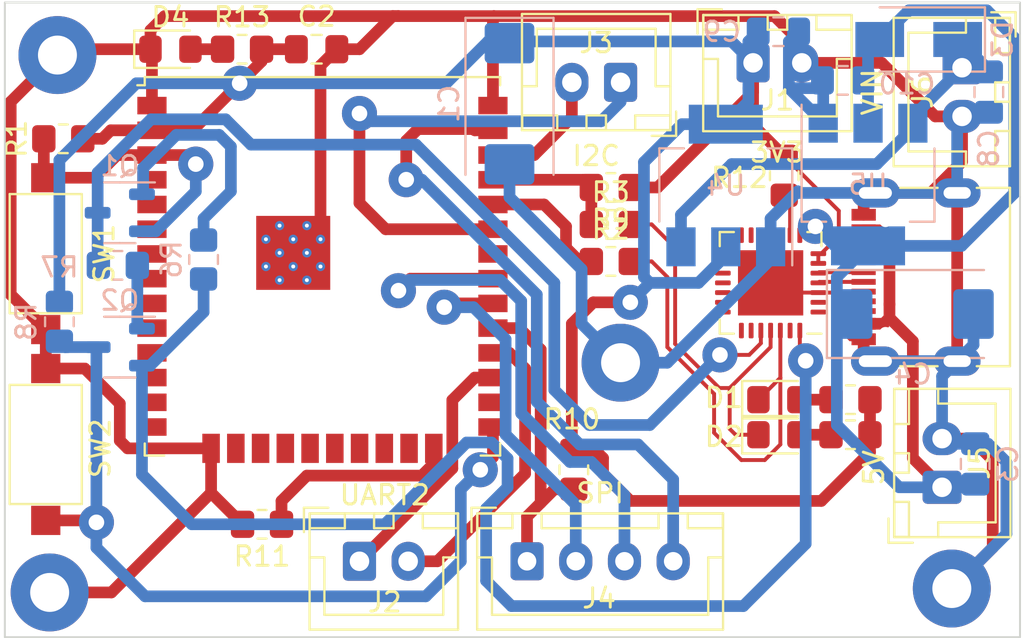
<source format=kicad_pcb>
(kicad_pcb (version 20211014) (generator pcbnew)
  (layers (0 "F.Cu" signal) (31 "B.Cu" signal) (34 "B.Paste" user) (35 "F.Paste" user) (36 "B.SilkS" user "B.Silkscreen") (37 "F.SilkS" user "F.Silkscreen") (38 "B.Mask" user) (39 "F.Mask" user) (44 "Edge.Cuts" user))
  (net 0 "")
  (net 1 "+3.3V")
  (net 2 "GND")
  (net 3 "+5V")
  (net 4 "Net-(C8-Pad1)")
  (net 5 "Net-(D1-Pad1)")
  (net 6 "Net-(D1-Pad2)")
  (net 7 "Net-(D2-Pad1)")
  (net 8 "Net-(D2-Pad2)")
  (net 9 "Net-(D4-Pad2)")
  (net 10 "Net-(J2-Pad1)")
  (net 11 "Net-(J2-Pad2)")
  (net 12 "Net-(J3-Pad1)")
  (net 13 "Net-(J3-Pad2)")
  (net 14 "Net-(J4-Pad1)")
  (net 15 "Net-(J4-Pad2)")
  (net 16 "Net-(J4-Pad3)")
  (net 17 "Net-(J4-Pad4)")
  (net 19 "Net-(P1-PadA6)")
  (net 20 "Net-(P1-PadA7)")
  (net 24 "Net-(Q1-Pad1)")
  (net 25 "Net-(Q1-Pad2)")
  (net 26 "Net-(Q1-Pad3)")
  (net 27 "Net-(Q2-Pad1)")
  (net 28 "Net-(Q2-Pad2)")
  (net 29 "GPIO_0")
  (net 30 "Net-(R2-Pad1)")
  (net 31 "Net-(R3-Pad1)")
  (net 32 "Net-(R11-Pad1)")
  (net 33 "Net-(R12-Pad1)")
  (footprint "Resistor_SMD:R_0805_2012Metric_Pad1.20x1.40mm_HandSolder" (layer "F.Cu") (at 49.83 51.68 180)
    (fp_text reference "R11")
    (fp_text value "10K" hide)
  )
  (footprint "Button_Switch_SMD:SW_SPST_CK_RS282G05A3" (layer "F.Cu") (at 38.73 37.78 90)
    (fp_text reference "SW1")
    (fp_text value "SW_MEC_5G" hide)
  )
  (footprint "Connector_JST:JST_XH_B2B-XH-A_1x02_P2.50mm_Vertical" (layer "F.Cu") (at 75.03 27.98)
    (fp_text reference "J1")
    (fp_text value "3V3")
  )
  (footprint "Connector_JST:JST_XH_B4B-XH-A_1x04_P2.50mm_Vertical" (layer "F.Cu") (at 63.43 53.58)
    (fp_text reference "J4")
    (fp_text value "SPI")
  )
  (footprint "Resistor_SMD:R_0805_2012Metric_Pad1.20x1.40mm_HandSolder" (layer "F.Cu") (at 67.73 38.18)
    (fp_text reference "R2")
    (fp_text value "300R")
  )
  (footprint "" (layer "F.Cu") (at 38.93 55.18)
    (fp_text reference "")
    (fp_text value "")
  )
  (footprint "" (layer "F.Cu") (at 85.23 54.98)
    (fp_text reference "")
    (fp_text value "")
  )
  (footprint "Connector_JST:JST_XH_B2B-XH-A_1x02_P2.50mm_Vertical" (layer "F.Cu") (at 68.23 28.98 180)
    (fp_text reference "J3")
    (fp_text value "I2C")
  )
  (footprint "Package_DFN_QFN:QFN-28-1EP_5x5mm_P0.5mm_EP3.35x3.35mm" (layer "F.Cu") (at 75.93 39.28 180)
    (fp_text reference "U3" hide)
    (fp_text value "CP2102N-Axx-xQFN28" hide)
  )
  (footprint "Connector_JST:JST_XH_B2B-XH-A_1x02_P2.50mm_Vertical" (layer "F.Cu") (at 54.83 53.58)
    (fp_text reference "J2")
    (fp_text value "UART2")
  )
  (footprint "" (layer "F.Cu") (at 39.33 27.58)
    (fp_text reference "")
    (fp_text value "")
  )
  (footprint "Resistor_SMD:R_0805_2012Metric_Pad1.20x1.40mm_HandSolder" (layer "F.Cu") (at 65.83 48.88 -90)
    (fp_text reference "R10")
    (fp_text value "10K" hide)
  )
  (footprint "RF_Module:ESP32-WROOM-32U" (layer "F.Cu") (at 52.93 38.43)
    (fp_text reference "U1" hide)
    (fp_text value "ESP32-WROOM-32U" hide)
  )
  (footprint "LED_SMD:LED_0805_2012Metric_Pad1.15x1.40mm_HandSolder" (layer "F.Cu") (at 76.33 45.28)
    (fp_text reference "D1")
    (fp_text value "LED" hide)
  )
  (footprint "Resistor_SMD:R_0805_2012Metric_Pad1.20x1.40mm_HandSolder" (layer "F.Cu") (at 67.73 34.38 180)
    (fp_text reference "R9")
    (fp_text value "10K")
  )
  (footprint "Button_Switch_SMD:SW_SPST_CK_RS282G05A3" (layer "F.Cu") (at 38.73 47.58 90)
    (fp_text reference "SW2")
    (fp_text value "SW_MEC_5G" hide)
  )
  (footprint "" (layer "F.Cu") (at 68.23 43.38)
    (fp_text reference "")
    (fp_text value "")
  )
  (footprint "Resistor_SMD:R_0805_2012Metric_Pad1.20x1.40mm_HandSolder" (layer "F.Cu") (at 39.63 31.88 180)
    (fp_text reference "R1")
    (fp_text value "10K" hide)
  )
  (footprint "LED_SMD:LED_0805_2012Metric_Pad1.15x1.40mm_HandSolder" (layer "F.Cu") (at 45.13 27.28)
    (fp_text reference "D4")
    (fp_text value "LED" hide)
  )
  (footprint "LED_SMD:LED_0805_2012Metric_Pad1.15x1.40mm_HandSolder" (layer "F.Cu") (at 76.33 47.08)
    (fp_text reference "D2")
    (fp_text value "LED" hide)
  )
  (footprint "Resistor_SMD:R_0805_2012Metric_Pad1.20x1.40mm_HandSolder" (layer "F.Cu") (at 80.03 45.28)
    (fp_text reference "R4" hide)
    (fp_text value "680R" hide)
  )
  (footprint "Connector_JST:JST_XH_B2B-XH-A_1x02_P2.50mm_Vertical" (layer "F.Cu") (at 84.73 49.78 90)
    (fp_text reference "J5")
    (fp_text value "5V")
  )
  (footprint "Resistor_SMD:R_0805_2012Metric_Pad1.20x1.40mm_HandSolder" (layer "F.Cu") (at 76.63 33.78 90)
    (fp_text reference "R12")
    (fp_text value "4.7K" hide)
  )
  (footprint "Connector_USB:USB_C_Receptacle_G-Switch_GT-USB-7010ASV" (layer "F.Cu") (at 84.43 38.98 90)
    (fp_text reference "P1" hide)
    (fp_text value "USB_C_Plug" hide)
  )
  (footprint "Connector_JST:JST_XH_B2B-XH-A_1x02_P2.50mm_Vertical" (layer "F.Cu") (at 85.755 28.23 -90)
    (fp_text reference "J6")
    (fp_text value "VIN")
  )
  (footprint "Capacitor_SMD:C_0805_2012Metric_Pad1.18x1.45mm_HandSolder" (layer "F.Cu") (at 52.63 27.28)
    (fp_text reference "C2")
    (fp_text value "0.1uF" hide)
  )
  (footprint "Resistor_SMD:R_0805_2012Metric_Pad1.20x1.40mm_HandSolder" (layer "F.Cu") (at 80.03 47.08)
    (fp_text reference "R5" hide)
    (fp_text value "680R" hide)
  )
  (footprint "Resistor_SMD:R_0805_2012Metric_Pad1.20x1.40mm_HandSolder" (layer "F.Cu") (at 48.805 27.28)
    (fp_text reference "R13")
    (fp_text value "220R" hide)
  )
  (footprint "Resistor_SMD:R_0805_2012Metric_Pad1.20x1.40mm_HandSolder" (layer "F.Cu") (at 67.73 36.28)
    (fp_text reference "R3")
    (fp_text value "300R")
  )
  (footprint "Resistor_SMD:R_0805_2012Metric_Pad1.20x1.40mm_HandSolder" (layer "B.Cu") (at 39.43 41.28 90)
    (fp_text reference "R8")
    (fp_text value "10K" hide)
  )
  (footprint "Capacitor_SMD:C_0805_2012Metric_Pad1.18x1.45mm_HandSolder" (layer "B.Cu") (at 79.63 28.88 180)
    (fp_text reference "C10")
    (fp_text value "10uF" hide)
  )
  (footprint "Package_TO_SOT_SMD:SOT-223-3_TabPin2" (layer "B.Cu") (at 80.93 34.23 -90)
    (fp_text reference "U5")
    (fp_text value "AMS1117-5.0" hide)
  )
  (footprint "Resistor_SMD:R_0805_2012Metric_Pad1.20x1.40mm_HandSolder" (layer "B.Cu") (at 46.83 38.08 -90)
    (fp_text reference "R6")
    (fp_text value "10K" hide)
  )
  (footprint "Capacitor_SMD:C_0805_2012Metric_Pad1.18x1.45mm_HandSolder" (layer "B.Cu") (at 76.33 26.38)
    (fp_text reference "C9")
    (fp_text value "1uF" hide)
  )
  (footprint "Package_TO_SOT_SMD:SOT-223-3_TabPin2" (layer "B.Cu") (at 73.63 34.28 90)
    (fp_text reference "U4")
    (fp_text value "AMS1117-3.3" hide)
  )
  (footprint "Package_TO_SOT_SMD:SOT-23-3" (layer "B.Cu") (at 42.53 35.68 180)
    (fp_text reference "Q1")
    (fp_text value "2SC1623" hide)
  )
  (footprint "Diode_SMD:D_SMA" (layer "B.Cu") (at 83.53 26.78 180)
    (fp_text reference "D3")
    (fp_text value "D_Schottky" hide)
  )
  (footprint "Capacitor_SMD:C_0805_2012Metric_Pad1.18x1.45mm_HandSolder" (layer "B.Cu") (at 87.13 29.48 -90)
    (fp_text reference "C8")
    (fp_text value "10uF" hide)
  )
  (footprint "Package_TO_SOT_SMD:SOT-23-3" (layer "B.Cu") (at 42.53 42.58 180)
    (fp_text reference "Q2")
    (fp_text value "2SC1623" hide)
  )
  (footprint "Capacitor_Tantalum_SMD:CP_EIA-7343-31_Kemet-D" (layer "B.Cu") (at 83.23 40.88)
    (fp_text reference "C4")
    (fp_text value "10uF")
  )
  (footprint "Capacitor_Tantalum_SMD:CP_EIA-7343-31_Kemet-D" (layer "B.Cu") (at 62.53 30.08 -90)
    (fp_text reference "C1")
    (fp_text value "10uF")
  )
  (footprint "Capacitor_SMD:C_0805_2012Metric_Pad1.18x1.45mm_HandSolder" (layer "B.Cu") (at 86.43 48.58 90)
    (fp_text reference "C3")
    (fp_text value "0.1uF" hide)
  )
  (footprint "Resistor_SMD:R_0805_2012Metric_Pad1.20x1.40mm_HandSolder" (layer "B.Cu") (at 42.43 38.38 180)
    (fp_text reference "R7")
    (fp_text value "10K" hide)
  )
  (gr_rect (start 36.63 24.88) (end 88.73 57.48) (layer "Edge.Cuts") (width 0.1) (fill none))
  (segment (start 48.68 29.03) (end 49.805 27.905) (width 0.6) (layer "F.Cu") (net 1))
  (segment (start 66.83 40.28) (end 65.73 41.38) (width 0.6) (layer "F.Cu") (net 1))
  (segment (start 81.03 45.28) (end 81.03 47.08) (width 0.6) (layer "F.Cu") (net 1))
  (segment (start 65.73 47.78) (end 65.83 47.88) (width 0.6) (layer "F.Cu") (net 1))
  (segment (start 75.03 29.48) (end 70.13 34.38) (width 0.6) (layer "F.Cu") (net 1))
  (segment (start 78.38 37.78) (end 78.38 38.28) (width 0.2) (layer "F.Cu") (net 1))
  (segment (start 75.03 31.18) (end 76.63 32.78) (width 0.6) (layer "F.Cu") (net 1))
  (segment (start 79.43 35.58) (end 76.63 32.78) (width 0.2) (layer "F.Cu") (net 1))
  (segment (start 46.265 31.445) (end 44.18 31.445) (width 0.6) (layer "F.Cu") (net 1))
  (segment (start 41.63 31.88) (end 42.065 31.445) (width 0.6) (layer "F.Cu") (net 1))
  (segment (start 65.73 41.38) (end 65.73 47.78) (width 0.6) (layer "F.Cu") (net 1))
  (segment (start 81.03 47.08) (end 81.03 47.98) (width 0.6) (layer "F.Cu") (net 1))
  (segment (start 75.03 27.98) (end 75.03 31.18) (width 0.6) (layer "F.Cu") (net 1))
  (segment (start 75.03 27.98) (end 75.03 29.48) (width 0.6) (layer "F.Cu") (net 1))
  (segment (start 48.68 29.03) (end 46.265 31.445) (width 0.6) (layer "F.Cu") (net 1))
  (segment (start 40.63 31.88) (end 41.63 31.88) (width 0.6) (layer "F.Cu") (net 1))
  (segment (start 70.13 34.38) (end 68.73 34.38) (width 0.6) (layer "F.Cu") (net 1))
  (segment (start 49.805 27.28) (end 51.5925 27.28) (width 0.6) (layer "F.Cu") (net 1))
  (segment (start 66.93 47.88) (end 65.83 47.88) (width 0.6) (layer "F.Cu") (net 1))
  (segment (start 79.43 36.877057) (end 79.43 35.58) (width 0.2) (layer "F.Cu") (net 1))
  (segment (start 68.73 40.28) (end 66.83 40.28) (width 0.6) (layer "F.Cu") (net 1))
  (segment (start 81.03 47.98) (end 78.53 50.48) (width 0.6) (layer "F.Cu") (net 1))
  (segment (start 78.527057 37.78) (end 79.43 36.877057) (width 0.2) (layer "F.Cu") (net 1))
  (segment (start 68.73 50.48) (end 67.33 49.08) (width 0.6) (layer "F.Cu") (net 1))
  (segment (start 42.065 31.445) (end 44.18 31.445) (width 0.6) (layer "F.Cu") (net 1))
  (segment (start 67.33 49.08) (end 67.33 48.28) (width 0.6) (layer "F.Cu") (net 1))
  (segment (start 78.38 37.78) (end 78.527057 37.78) (width 0.2) (layer "F.Cu") (net 1))
  (segment (start 78.53 50.48) (end 68.73 50.48) (width 0.6) (layer "F.Cu") (net 1))
  (segment (start 49.805 27.905) (end 49.805 27.28) (width 0.6) (layer "F.Cu") (net 1))
  (segment (start 67.33 48.28) (end 66.93 47.88) (width 0.6) (layer "F.Cu") (net 1))
  (via (at 68.73 40.28) (size 1.8) (drill 0.8) (layers "F.Cu" "B.Cu") (net 1))
  (via (at 48.68 29.03) (size 1.8) (drill 0.8) (layers "F.Cu" "B.Cu") (net 1))
  (segment (start 74.7925 26.88) (end 75.2925 26.38) (width 0.6) (layer "B.Cu") (net 1))
  (segment (start 61.43 26.88) (end 59.28 29.03) (width 0.6) (layer "B.Cu") (net 1))
  (segment (start 72.23 39.28) (end 69.73 39.28) (width 0.6) (layer "B.Cu") (net 1))
  (segment (start 71.38 31.13) (end 73.63 31.13) (width 0.6) (layer "B.Cu") (net 1))
  (segment (start 69.43 33.08) (end 71.38 31.13) (width 0.6) (layer "B.Cu") (net 1))
  (segment (start 73.63 37.43) (end 73.63 37.88) (width 0.6) (layer "B.Cu") (net 1))
  (segment (start 74.7925 29.28) (end 74.7925 26.88) (width 0.6) (layer "B.Cu") (net 1))
  (segment (start 75.03 27.98) (end 73.93 26.88) (width 0.6) (layer "B.Cu") (net 1))
  (segment (start 59.28 29.03) (end 48.68 29.03) (width 0.6) (layer "B.Cu") (net 1))
  (segment (start 43.38 29.03) (end 48.68 29.03) (width 0.6) (layer "B.Cu") (net 1))
  (segment (start 74.7925 29.28) (end 74.7925 29.9675) (width 0.6) (layer "B.Cu") (net 1))
  (segment (start 73.93 26.88) (end 61.43 26.88) (width 0.6) (layer "B.Cu") (net 1))
  (segment (start 74.7925 29.9675) (end 73.63 31.13) (width 0.6) (layer "B.Cu") (net 1))
  (segment (start 69.43 38.98) (end 69.43 33.08) (width 0.6) (layer "B.Cu") (net 1))
  (segment (start 73.63 37.88) (end 72.23 39.28) (width 0.6) (layer "B.Cu") (net 1))
  (segment (start 68.73 40.28) (end 69.73 39.28) (width 0.6) (layer "B.Cu") (net 1))
  (segment (start 39.43 32.98) (end 43.38 29.03) (width 0.6) (layer "B.Cu") (net 1))
  (segment (start 39.43 40.28) (end 39.43 32.98) (width 0.6) (layer "B.Cu") (net 1))
  (segment (start 69.73 39.28) (end 69.43 38.98) (width 0.6) (layer "B.Cu") (net 1))
  (segment (start 84.38 30.73) (end 85.755 30.73) (width 0.6) (layer "F.Cu") (net 2))
  (segment (start 56.53 25.58) (end 54.83 27.28) (width 0.6) (layer "F.Cu") (net 2))
  (segment (start 76.13 25.58) (end 61.73 25.58) (width 0.6) (layer "F.Cu") (net 2))
  (segment (start 53.6675 27.28) (end 52.83 28.1175) (width 0.6) (layer "F.Cu") (net 2))
  (segment (start 36.93 29.98) (end 36.93 39.88) (width 0.6) (layer "F.Cu") (net 2))
  (segment (start 44.18 27.355) (end 44.105 27.28) (width 0.6) (layer "F.Cu") (net 2))
  (segment (start 38.93 55.18) (end 42.1 55.18) (width 0.6) (layer "F.Cu") (net 2))
  (segment (start 61.68 25.63) (end 61.73 25.58) (width 0.6) (layer "F.Cu") (net 2))
  (segment (start 87.33 52.88) (end 85.23 54.98) (width 0.6) (layer "F.Cu") (net 2))
  (segment (start 87.33 48.38) (end 87.33 52.88) (width 0.6) (layer "F.Cu") (net 2))
  (segment (start 79.63 40.18) (end 79.63 41.78) (width 0.2) (layer "F.Cu") (net 2))
  (segment (start 79.63 41.78) (end 80.03 42.18) (width 0.2) (layer "F.Cu") (net 2))
  (segment (start 42.53 45.48) (end 42.53 47.38) (width 0.6) (layer "F.Cu") (net 2))
  (segment (start 39.63 27.28) (end 39.33 27.58) (width 0.6) (layer "F.Cu") (net 2))
  (segment (start 79.23 39.78) (end 79.63 40.18) (width 0.2) (layer "F.Cu") (net 2))
  (segment (start 36.93 39.88) (end 38.73 41.68) (width 0.6) (layer "F.Cu") (net 2))
  (segment (start 44.105 27.28) (end 39.63 27.28) (width 0.6) (layer "F.Cu") (net 2))
  (segment (start 52.83 28.1175) (end 52.83 36.34) (width 0.6) (layer "F.Cu") (net 2))
  (segment (start 39.33 27.58) (end 36.93 29.98) (width 0.6) (layer "F.Cu") (net 2))
  (segment (start 77.53 27.98) (end 81.63 27.98) (width 0.6) (layer "F.Cu") (net 2))
  (segment (start 81.305 34.66) (end 84.15 34.66) (width 0.6) (layer "F.Cu") (net 2))
  (segment (start 61.68 30.175) (end 61.68 25.63) (width 0.6) (layer "F.Cu") (net 2))
  (segment (start 54.83 27.28) (end 53.6675 27.28) (width 0.6) (layer "F.Cu") (net 2))
  (segment (start 77.03 26.48) (end 76.13 25.58) (width 0.6) (layer "F.Cu") (net 2))
  (segment (start 76.43 39.78) (end 75.93 39.28) (width 0.2) (layer "F.Cu") (net 2))
  (segment (start 85.505 34.66) (end 85.505 43.3) (width 0.6) (layer "F.Cu") (net 2))
  (segment (start 80.705 42.18) (end 80.705 42.7) (width 0.6) (layer "F.Cu") (net 2))
  (segment (start 56.83 25.58) (end 44.83 25.58) (width 0.6) (layer "F.Cu") (net 2))
  (segment (start 47.215 50.065) (end 48.83 51.68) (width 0.6) (layer "F.Cu") (net 2))
  (segment (start 38.73 41.68) (end 38.73 43.68) (width 0.6) (layer "F.Cu") (net 2))
  (segment (start 61.73 25.58) (end 56.83 25.58) (width 0.6) (layer "F.Cu") (net 2))
  (segment (start 84.15 34.66) (end 85.505 34.66) (width 0.6) (layer "F.Cu") (net 2))
  (segment (start 80.705 35.26) (end 81.305 34.66) (width 0.6) (layer "F.Cu") (net 2))
  (segment (start 80.705 35.78) (end 80.705 35.26) (width 0.6) (layer "F.Cu") (net 2))
  (segment (start 85.755 33.055) (end 84.15 34.66) (width 0.6) (layer "F.Cu") (net 2))
  (segment (start 44.18 30.175) (end 44.18 27.355) (width 0.6) (layer "F.Cu") (net 2))
  (segment (start 42.1 55.18) (end 47.215 50.065) (width 0.6) (layer "F.Cu") (net 2))
  (segment (start 77.53 27.98) (end 77.53 26.98) (width 0.6) (layer "F.Cu") (net 2))
  (segment (start 81.63 27.98) (end 84.38 30.73) (width 0.6) (layer "F.Cu") (net 2))
  (segment (start 38.73 43.68) (end 40.73 43.68) (width 0.6) (layer "F.Cu") (net 2))
  (segment (start 84.73 47.28) (end 86.23 47.28) (width 0.6) (layer "F.Cu") (net 2))
  (segment (start 56.83 25.58) (end 56.53 25.58) (width 0.6) (layer "F.Cu") (net 2))
  (segment (start 86.23 47.28) (end 87.33 48.38) (width 0.6) (layer "F.Cu") (net 2))
  (segment (start 85.755 30.73) (end 85.755 33.055) (width 0.6) (layer "F.Cu") (net 2))
  (segment (start 80.03 42.18) (end 80.705 42.18) (width 0.2) (layer "F.Cu") (net 2))
  (segment (start 47.215 47.78) (end 47.215 50.065) (width 0.6) (layer "F.Cu") (net 2))
  (segment (start 42.53 47.38) (end 42.93 47.78) (width 0.6) (layer "F.Cu") (net 2))
  (segment (start 44.105 26.305) (end 44.105 27.28) (width 0.6) (layer "F.Cu") (net 2))
  (segment (start 78.38 39.78) (end 76.43 39.78) (width 0.2) (layer "F.Cu") (net 2))
  (segment (start 44.83 25.58) (end 44.105 26.305) (width 0.6) (layer "F.Cu") (net 2))
  (segment (start 80.705 42.7) (end 81.305 43.3) (width 0.6) (layer "F.Cu") (net 2))
  (segment (start 42.93 47.78) (end 47.215 47.78) (width 0.6) (layer "F.Cu") (net 2))
  (segment (start 77.53 26.98) (end 77.03 26.48) (width 0.6) (layer "F.Cu") (net 2))
  (segment (start 78.38 39.78) (end 79.23 39.78) (width 0.2) (layer "F.Cu") (net 2))
  (segment (start 40.73 43.68) (end 42.53 45.48) (width 0.6) (layer "F.Cu") (net 2))
  (segment (start 62.53 33.1925) (end 62.53 34.88) (width 0.6) (layer "B.Cu") (net 2))
  (segment (start 86.3425 40.88) (end 86.3425 42.4625) (width 0.6) (layer "B.Cu") (net 2))
  (segment (start 62.53 34.88) (end 66.23 38.58) (width 0.6) (layer "B.Cu") (net 2))
  (segment (start 78.63 31.08) (end 78.63 28.9175) (width 0.6) (layer "B.Cu") (net 2))
  (segment (start 84.9925 47.5425) (end 84.73 47.28) (width 0.6) (layer "B.Cu") (net 2))
  (segment (start 70.63 43.38) (end 68.23 43.38) (width 0.6) (layer "B.Cu") (net 2))
  (segment (start 77.33 34.58) (end 77.41 34.66) (width 0.6) (layer "B.Cu") (net 2))
  (segment (start 87.0925 47.5425) (end 88.03 48.48) (width 0.6) (layer "B.Cu") (net 2))
  (segment (start 86.33 47.4425) (end 86.43 47.5425) (width 0.6) (layer "B.Cu") (net 2))
  (segment (start 78.63 31.0425) (end 76.8675 29.28) (width 0.6) (layer "B.Cu") (net 2))
  (segment (start 76.8675 29.28) (end 78.1925 29.28) (width 0.6) (layer "B.Cu") (net 2))
  (segment (start 88.03 48.48) (end 88.03 52.18) (width 0.6) (layer "B.Cu") (net 2))
  (segment (start 88.03 52.18) (end 85.23 54.98) (width 0.6) (layer "B.Cu") (net 2))
  (segment (start 75.93 37.43) (end 75.93 35.98) (width 0.6) (layer "B.Cu") (net 2))
  (segment (start 84.73 44.075) (end 85.505 43.3) (width 0.6) (layer "B.Cu") (net 2))
  (segment (start 87.0175 30.73) (end 87.23 30.5175) (width 0.6) (layer "B.Cu") (net 2))
  (segment (start 78.63 28.9175) (end 78.5925 28.88) (width 0.6) (layer "B.Cu") (net 2))
  (segment (start 85.755 30.73) (end 87.0175 30.73) (width 0.6) (layer "B.Cu") (net 2))
  (segment (start 76.8675 29.28) (end 76.8675 26.88) (width 0.6) (layer "B.Cu") (net 2))
  (segment (start 85.505 34.66) (end 85.505 30.98) (width 0.6) (layer "B.Cu") (net 2))
  (segment (start 81.305 43.3) (end 85.505 43.3) (width 0.6) (layer "B.Cu") (net 2))
  (segment (start 66.23 38.58) (end 66.23 41.38) (width 0.6) (layer "B.Cu") (net 2))
  (segment (start 78.63 31.08) (end 78.63 31.0425) (width 0.6) (layer "B.Cu") (net 2))
  (segment (start 78.1925 29.28) (end 78.5925 28.88) (width 0.6) (layer "B.Cu") (net 2))
  (segment (start 66.23 41.38) (end 68.23 43.38) (width 0.6) (layer "B.Cu") (net 2))
  (segment (start 86.43 47.5425) (end 87.0925 47.5425) (width 0.6) (layer "B.Cu") (net 2))
  (segment (start 77.41 34.66) (end 81.305 34.66) (width 0.6) (layer "B.Cu") (net 2))
  (segment (start 75.93 37.43) (end 75.93 38.08) (width 0.6) (layer "B.Cu") (net 2))
  (segment (start 81.305 34.66) (end 85.505 34.66) (width 0.6) (layer "B.Cu") (net 2))
  (segment (start 85.505 30.98) (end 85.755 30.73) (width 0.6) (layer "B.Cu") (net 2))
  (segment (start 86.43 47.5425) (end 84.9925 47.5425) (width 0.6) (layer "B.Cu") (net 2))
  (segment (start 86.3425 42.4625) (end 85.505 43.3) (width 0.6) (layer "B.Cu") (net 2))
  (segment (start 75.93 35.98) (end 77.33 34.58) (width 0.6) (layer "B.Cu") (net 2))
  (segment (start 76.8675 26.88) (end 77.3675 26.38) (width 0.6) (layer "B.Cu") (net 2))
  (segment (start 84.73 47.28) (end 84.73 44.075) (width 0.6) (layer "B.Cu") (net 2))
  (segment (start 75.93 38.08) (end 70.63 43.38) (width 0.6) (layer "B.Cu") (net 2))
  (segment (start 82.03 41.08) (end 83.23 42.28) (width 0.6) (layer "F.Cu") (net 3))
  (segment (start 80.705 41.38) (end 81.73 41.38) (width 0.6) (layer "F.Cu") (net 3))
  (segment (start 82.03 41.08) (end 82.03 40.38) (width 0.6) (layer "F.Cu") (net 3))
  (segment (start 83.23 42.28) (end 83.23 48.28) (width 0.6) (layer "F.Cu") (net 3))
  (segment (start 83.23 48.28) (end 84.73 49.78) (width 0.6) (layer "F.Cu") (net 3))
  (segment (start 77.88 36.38) (end 77.43 36.83) (width 0.2) (layer "F.Cu") (net 3))
  (segment (start 82.03 40.38) (end 82.03 36.88) (width 0.6) (layer "F.Cu") (net 3))
  (segment (start 81.73 41.38) (end 82.03 41.08) (width 0.6) (layer "F.Cu") (net 3))
  (segment (start 81.73 36.58) (end 80.705 36.58) (width 0.6) (layer "F.Cu") (net 3))
  (segment (start 82.03 36.88) (end 81.73 36.58) (width 0.6) (layer "F.Cu") (net 3))
  (segment (start 78.23 36.38) (end 77.88 36.38) (width 0.2) (layer "F.Cu") (net 3))
  (via (at 78.23 36.38) (size 1.8) (drill 0.8) (layers "F.Cu" "B.Cu") (net 3))
  (segment (start 79.23 37.38) (end 78.23 36.38) (width 0.6) (layer "B.Cu") (net 3))
  (segment (start 87.13 35.98) (end 85.73 37.38) (width 0.6) (layer "B.Cu") (net 3))
  (segment (start 79.33 40.78) (end 79.33 38.98) (width 0.6) (layer "B.Cu") (net 3))
  (segment (start 85.73 37.38) (end 80.93 37.38) (width 0.6) (layer "B.Cu") (net 3))
  (segment (start 81.53 26.78) (end 83.03 25.28) (width 0.6) (layer "B.Cu") (net 3))
  (segment (start 80.93 27.38) (end 81.53 26.78) (width 0.6) (layer "B.Cu") (net 3))
  (segment (start 84.73 49.78) (end 82.53 49.78) (width 0.6) (layer "B.Cu") (net 3))
  (segment (start 79.33 46.58) (end 79.33 40.78) (width 0.6) (layer "B.Cu") (net 3))
  (segment (start 88.43 26.68) (end 88.43 34.68) (width 0.6) (layer "B.Cu") (net 3))
  (segment (start 82.53 49.78) (end 79.33 46.58) (width 0.6) (layer "B.Cu") (net 3))
  (segment (start 88.43 34.68) (end 87.13 35.98) (width 0.6) (layer "B.Cu") (net 3))
  (segment (start 87.03 25.28) (end 88.43 26.68) (width 0.6) (layer "B.Cu") (net 3))
  (segment (start 83.03 25.28) (end 87.03 25.28) (width 0.6) (layer "B.Cu") (net 3))
  (segment (start 80.1175 40.88) (end 79.43 40.88) (width 0.6) (layer "B.Cu") (net 3))
  (segment (start 79.33 38.98) (end 80.93 37.38) (width 0.6) (layer "B.Cu") (net 3))
  (segment (start 80.93 37.38) (end 79.23 37.38) (width 0.6) (layer "B.Cu") (net 3))
  (segment (start 80.93 31.08) (end 80.93 27.38) (width 0.6) (layer "B.Cu") (net 3))
  (segment (start 79.43 40.88) (end 79.33 40.78) (width 0.6) (layer "B.Cu") (net 3))
  (segment (start 83.23 31.08) (end 83.23 31.33) (width 0.6) (layer "B.Cu") (net 4))
  (segment (start 83.23 31.33) (end 81.38 33.18) (width 0.6) (layer "B.Cu") (net 4))
  (segment (start 85.53 26.78) (end 85.5675 26.78) (width 0.6) (layer "B.Cu") (net 4))
  (segment (start 83.23 30.755) (end 85.755 28.23) (width 0.6) (layer "B.Cu") (net 4))
  (segment (start 83.23 31.08) (end 83.23 30.755) (width 0.6) (layer "B.Cu") (net 4))
  (segment (start 85.5675 26.78) (end 87.23 28.4425) (width 0.6) (layer "B.Cu") (net 4))
  (segment (start 71.33 35.78) (end 71.33 37.43) (width 0.6) (layer "B.Cu") (net 4))
  (segment (start 73.93 33.18) (end 71.33 35.78) (width 0.6) (layer "B.Cu") (net 4))
  (segment (start 81.38 33.18) (end 73.93 33.18) (width 0.6) (layer "B.Cu") (net 4))
  (segment (start 70.63 42.58) (end 70.63 38.98) (width 0.2) (layer "F.Cu") (net 5))
  (segment (start 73.03 44.98) (end 70.63 42.58) (width 0.2) (layer "F.Cu") (net 5))
  (segment (start 76.43 47.58) (end 75.63 48.38) (width 0.2) (layer "F.Cu") (net 5))
  (segment (start 76.43 44.155) (end 76.43 41.73) (width 0.2) (layer "F.Cu") (net 5))
  (segment (start 73.03 46.98) (end 73.03 44.98) (width 0.2) (layer "F.Cu") (net 5))
  (segment (start 70.63 38.98) (end 69.83 38.18) (width 0.2) (layer "F.Cu") (net 5))
  (segment (start 69.83 38.18) (end 68.73 38.18) (width 0.2) (layer "F.Cu") (net 5))
  (segment (start 76.43 44.155) (end 76.43 47.58) (width 0.2) (layer "F.Cu") (net 5))
  (segment (start 75.63 48.38) (end 74.43 48.38) (width 0.2) (layer "F.Cu") (net 5))
  (segment (start 74.43 48.38) (end 73.03 46.98) (width 0.2) (layer "F.Cu") (net 5))
  (segment (start 75.305 45.28) (end 76.43 44.155) (width 0.2) (layer "F.Cu") (net 5))
  (segment (start 79.03 45.28) (end 77.355 45.28) (width 0.6) (layer "F.Cu") (net 6))
  (segment (start 71.03 37.48) (end 71.03 42.414314) (width 0.2) (layer "F.Cu") (net 7))
  (segment (start 68.73 36.28) (end 69.83 36.28) (width 0.2) (layer "F.Cu") (net 7))
  (segment (start 73.83 46.78) (end 73.83 44.68) (width 0.2) (layer "F.Cu") (net 7))
  (segment (start 73.83 44.68) (end 75.93 42.58) (width 0.2) (layer "F.Cu") (net 7))
  (segment (start 75.305 47.08) (end 74.13 47.08) (width 0.2) (layer "F.Cu") (net 7))
  (segment (start 69.83 36.28) (end 71.03 37.48) (width 0.2) (layer "F.Cu") (net 7))
  (segment (start 73.295686 44.68) (end 73.83 44.68) (width 0.2) (layer "F.Cu") (net 7))
  (segment (start 71.03 42.414314) (end 73.295686 44.68) (width 0.2) (layer "F.Cu") (net 7))
  (segment (start 75.93 42.58) (end 75.93 41.73) (width 0.2) (layer "F.Cu") (net 7))
  (segment (start 74.13 47.08) (end 73.83 46.78) (width 0.2) (layer "F.Cu") (net 7))
  (segment (start 79.03 47.08) (end 77.355 47.08) (width 0.6) (layer "F.Cu") (net 8))
  (segment (start 46.155 27.28) (end 47.805 27.28) (width 0.6) (layer "F.Cu") (net 9))
  (segment (start 60.75 44.145) (end 61.68 44.145) (width 0.6) (layer "F.Cu") (net 10))
  (segment (start 59.595 48.815) (end 59.595 45.3) (width 0.6) (layer "F.Cu") (net 10))
  (segment (start 59.595 45.3) (end 60.75 44.145) (width 0.6) (layer "F.Cu") (net 10))
  (segment (start 54.83 53.58) (end 59.595 48.815) (width 0.6) (layer "F.Cu") (net 10))
  (segment (start 63.33 49.08) (end 63.33 43.68) (width 0.6) (layer "F.Cu") (net 11))
  (segment (start 58.83 53.58) (end 63.33 49.08) (width 0.6) (layer "F.Cu") (net 11))
  (segment (start 63.33 43.68) (end 62.525 42.875) (width 0.6) (layer "F.Cu") (net 11))
  (segment (start 57.33 53.58) (end 58.83 53.58) (width 0.6) (layer "F.Cu") (net 11))
  (segment (start 62.525 42.875) (end 61.68 42.875) (width 0.6) (layer "F.Cu") (net 11))
  (segment (start 54.83 30.58) (end 54.83 35.18) (width 0.6) (layer "F.Cu") (net 12))
  (segment (start 54.83 35.18) (end 56.175 36.525) (width 0.6) (layer "F.Cu") (net 12))
  (segment (start 56.175 36.525) (end 61.68 36.525) (width 0.6) (layer "F.Cu") (net 12))
  (via (at 54.83 30.58) (size 1.8) (drill 0.8) (layers "F.Cu" "B.Cu") (net 12))
  (segment (start 68.23 29.98) (end 68.23 28.98) (width 0.6) (layer "B.Cu") (net 12))
  (segment (start 54.83 30.58) (end 55.23 30.98) (width 0.6) (layer "B.Cu") (net 12))
  (segment (start 55.23 30.98) (end 67.23 30.98) (width 0.6) (layer "B.Cu") (net 12))
  (segment (start 67.23 30.98) (end 68.23 29.98) (width 0.6) (layer "B.Cu") (net 12))
  (segment (start 61.68 32.715) (end 63.795 32.715) (width 0.6) (layer "F.Cu") (net 13))
  (segment (start 65.73 30.78) (end 65.73 28.98) (width 0.6) (layer "F.Cu") (net 13))
  (segment (start 63.795 32.715) (end 65.73 30.78) (width 0.6) (layer "F.Cu") (net 13))
  (segment (start 64.13 50.58) (end 64.83 49.88) (width 0.6) (layer "F.Cu") (net 14))
  (segment (start 64.83 49.88) (end 65.83 49.88) (width 0.6) (layer "F.Cu") (net 14))
  (segment (start 63.43 51.28) (end 64.13 50.58) (width 0.6) (layer "F.Cu") (net 14))
  (segment (start 63.43 53.58) (end 63.43 51.28) (width 0.6) (layer "F.Cu") (net 14))
  (segment (start 63.03 41.605) (end 64.13 42.705) (width 0.6) (layer "F.Cu") (net 14))
  (segment (start 64.13 42.705) (end 64.13 50.58) (width 0.6) (layer "F.Cu") (net 14))
  (segment (start 63.33 53.48) (end 63.43 53.58) (width 0.6) (layer "F.Cu") (net 14))
  (segment (start 61.68 41.605) (end 63.03 41.605) (width 0.6) (layer "F.Cu") (net 14))
  (segment (start 59.375 40.335) (end 59.18 40.53) (width 0.6) (layer "F.Cu") (net 15))
  (segment (start 61.68 40.335) (end 59.375 40.335) (width 0.6) (layer "F.Cu") (net 15))
  (via (at 59.18 40.53) (size 1.8) (drill 0.8) (layers "F.Cu" "B.Cu") (net 15))
  (segment (start 62.33 42.18) (end 60.68 40.53) (width 0.6) (layer "B.Cu") (net 15))
  (segment (start 65.93 53.58) (end 65.93 50.668731) (width 0.6) (layer "B.Cu") (net 15))
  (segment (start 65.93 50.668731) (end 62.33 47.068731) (width 0.6) (layer "B.Cu") (net 15))
  (segment (start 62.33 47.068731) (end 62.33 42.18) (width 0.6) (layer "B.Cu") (net 15))
  (segment (start 60.68 40.53) (end 59.18 40.53) (width 0.6) (layer "B.Cu") (net 15))
  (segment (start 57.445 39.065) (end 56.83 39.68) (width 0.6) (layer "F.Cu") (net 16))
  (segment (start 61.68 39.065) (end 57.445 39.065) (width 0.6) (layer "F.Cu") (net 16))
  (via (at 56.83 39.68) (size 1.8) (drill 0.8) (layers "F.Cu" "B.Cu") (net 16))
  (segment (start 66.73 48.48) (end 68.43 50.18) (width 0.6) (layer "B.Cu") (net 16))
  (segment (start 56.83 39.68) (end 57.38 39.13) (width 0.6) (layer "B.Cu") (net 16))
  (segment (start 63.13 40.21137) (end 63.13 45.98) (width 0.6) (layer "B.Cu") (net 16))
  (segment (start 57.38 39.13) (end 62.04863 39.13) (width 0.6) (layer "B.Cu") (net 16))
  (segment (start 68.43 50.18) (end 68.43 53.58) (width 0.6) (layer "B.Cu") (net 16))
  (segment (start 63.13 45.98) (end 65.63 48.48) (width 0.6) (layer "B.Cu") (net 16))
  (segment (start 65.63 48.48) (end 66.73 48.48) (width 0.6) (layer "B.Cu") (net 16))
  (segment (start 62.04863 39.13) (end 63.13 40.21137) (width 0.6) (layer "B.Cu") (net 16))
  (segment (start 61.68 31.445) (end 60.75 31.445) (width 0.6) (layer "F.Cu") (net 17))
  (segment (start 60.75 31.445) (end 60.685 31.38) (width 0.6) (layer "F.Cu") (net 17))
  (segment (start 60.685 31.38) (end 57.83 31.38) (width 0.6) (layer "F.Cu") (net 17))
  (segment (start 57.23 31.98) (end 57.23 33.98) (width 0.6) (layer "F.Cu") (net 17))
  (segment (start 57.83 31.38) (end 57.23 31.98) (width 0.6) (layer "F.Cu") (net 17))
  (via (at 57.23 33.98) (size 1.8) (drill 0.8) (layers "F.Cu" "B.Cu") (net 17))
  (segment (start 57.23 33.98) (end 58.03 33.98) (width 0.6) (layer "B.Cu") (net 17))
  (segment (start 63.93 45.38) (end 66.13 47.58) (width 0.6) (layer "B.Cu") (net 17))
  (segment (start 58.03 33.98) (end 63.93 39.88) (width 0.6) (layer "B.Cu") (net 17))
  (segment (start 63.93 39.88) (end 63.93 45.38) (width 0.6) (layer "B.Cu") (net 17))
  (segment (start 66.13 47.58) (end 69.13 47.58) (width 0.6) (layer "B.Cu") (net 17))
  (segment (start 69.13 47.58) (end 70.93 49.38) (width 0.6) (layer "B.Cu") (net 17))
  (segment (start 70.93 49.38) (end 70.93 53.58) (width 0.6) (layer "B.Cu") (net 17))
  (segment (start 78.38 39.28) (end 78.43 39.23) (width 0.2) (layer "F.Cu") (net 19))
  (segment (start 78.43 39.23) (end 80.705 39.23) (width 0.2) (layer "F.Cu") (net 19))
  (segment (start 78.38 38.78) (end 78.43 38.73) (width 0.2) (layer "F.Cu") (net 20))
  (segment (start 78.43 38.73) (end 80.705 38.73) (width 0.2) (layer "F.Cu") (net 20))
  (segment (start 43.73 33.38) (end 43.73 34.6675) (width 0.6) (layer "B.Cu") (net 24))
  (segment (start 43.73 34.6675) (end 43.6675 34.73) (width 0.6) (layer "B.Cu") (net 24))
  (segment (start 48.23 32.28) (end 47.63 31.68) (width 0.6) (layer "B.Cu") (net 24))
  (segment (start 45.43 31.68) (end 43.73 33.38) (width 0.6) (layer "B.Cu") (net 24))
  (segment (start 48.23 34.58) (end 48.23 32.28) (width 0.6) (layer "B.Cu") (net 24))
  (segment (start 46.83 37.08) (end 46.83 35.98) (width 0.6) (layer "B.Cu") (net 24))
  (segment (start 47.63 31.68) (end 45.43 31.68) (width 0.6) (layer "B.Cu") (net 24))
  (segment (start 46.83 35.98) (end 48.23 34.58) (width 0.6) (layer "B.Cu") (net 24))
  (segment (start 44.18 32.715) (end 45.965 32.715) (width 0.6) (layer "F.Cu") (net 25))
  (segment (start 44.18 32.715) (end 42.395 32.715) (width 0.6) (layer "F.Cu") (net 25))
  (segment (start 38.63 33.78) (end 38.73 33.88) (width 0.6) (layer "F.Cu") (net 25))
  (segment (start 41.23 33.88) (end 38.73 33.88) (width 0.6) (layer "F.Cu") (net 25))
  (segment (start 45.965 32.715) (end 46.43 33.18) (width 0.6) (layer "F.Cu") (net 25))
  (segment (start 38.63 31.88) (end 38.63 33.78) (width 0.6) (layer "F.Cu") (net 25))
  (segment (start 42.395 32.715) (end 41.23 33.88) (width 0.6) (layer "F.Cu") (net 25))
  (via (at 46.43 33.18) (size 1.8) (drill 0.8) (layers "F.Cu" "B.Cu") (net 25))
  (segment (start 46.43 34.58) (end 44.38 36.63) (width 0.6) (layer "B.Cu") (net 25))
  (segment (start 44.38 36.63) (end 43.6675 36.63) (width 0.6) (layer "B.Cu") (net 25))
  (segment (start 46.43 33.18) (end 46.43 34.58) (width 0.6) (layer "B.Cu") (net 25))
  (segment (start 75.43 42.38) (end 74.83 42.98) (width 0.2) (layer "F.Cu") (net 26))
  (segment (start 75.43 41.73) (end 75.43 42.38) (width 0.2) (layer "F.Cu") (net 26))
  (segment (start 74.83 42.98) (end 73.33 42.98) (width 0.2) (layer "F.Cu") (net 26))
  (via (at 73.33 42.98) (size 1.8) (drill 0.8) (layers "F.Cu" "B.Cu") (net 26))
  (segment (start 47.96137 30.88) (end 49.26137 32.18) (width 0.6) (layer "B.Cu") (net 26))
  (segment (start 49.26137 32.18) (end 57.73 32.18) (width 0.6) (layer "B.Cu") (net 26))
  (segment (start 41.3925 33.6175) (end 44.13 30.88) (width 0.6) (layer "B.Cu") (net 26))
  (segment (start 64.83 39.28) (end 64.83 44.78) (width 0.6) (layer "B.Cu") (net 26))
  (segment (start 57.73 32.18) (end 64.83 39.28) (width 0.6) (layer "B.Cu") (net 26))
  (segment (start 41.3925 35.68) (end 41.3925 33.6175) (width 0.6) (layer "B.Cu") (net 26))
  (segment (start 69.73 46.58) (end 73.33 42.98) (width 0.6) (layer "B.Cu") (net 26))
  (segment (start 41.3925 38.3425) (end 41.43 38.38) (width 0.6) (layer "B.Cu") (net 26))
  (segment (start 41.3925 35.68) (end 41.3925 38.3425) (width 0.6) (layer "B.Cu") (net 26))
  (segment (start 64.83 44.78) (end 66.63 46.58) (width 0.6) (layer "B.Cu") (net 26))
  (segment (start 66.63 46.58) (end 69.73 46.58) (width 0.6) (layer "B.Cu") (net 26))
  (segment (start 44.13 30.88) (end 47.96137 30.88) (width 0.6) (layer "B.Cu") (net 26))
  (segment (start 43.43 41.3925) (end 43.6675 41.63) (width 0.6) (layer "B.Cu") (net 27))
  (segment (start 43.43 38.38) (end 43.43 41.3925) (width 0.6) (layer "B.Cu") (net 27))
  (segment (start 77.43 42.98) (end 77.73 43.28) (width 0.2) (layer "F.Cu") (net 28))
  (segment (start 77.43 41.73) (end 77.43 42.98) (width 0.2) (layer "F.Cu") (net 28))
  (via (at 77.73 43.28) (size 1.8) (drill 0.8) (layers "F.Cu" "B.Cu") (net 28))
  (segment (start 44.08 43.53) (end 43.6675 43.53) (width 0.6) (layer "B.Cu") (net 28))
  (segment (start 43.6675 43.53) (end 43.6675 49.1175) (width 0.6) (layer "B.Cu") (net 28))
  (segment (start 46.83 40.78) (end 44.08 43.53) (width 0.6) (layer "B.Cu") (net 28))
  (segment (start 61.33 50.88) (end 61.33 54.58) (width 0.6) (layer "B.Cu") (net 28))
  (segment (start 43.6675 49.1175) (end 46.23 51.68) (width 0.6) (layer "B.Cu") (net 28))
  (segment (start 62.63 55.88) (end 74.53 55.88) (width 0.6) (layer "B.Cu") (net 28))
  (segment (start 61.609899 47.48) (end 62.43 48.300101) (width 0.6) (layer "B.Cu") (net 28))
  (segment (start 77.73 52.68) (end 77.73 43.28) (width 0.6) (layer "B.Cu") (net 28))
  (segment (start 62.43 49.78) (end 61.33 50.88) (width 0.6) (layer "B.Cu") (net 28))
  (segment (start 46.23 51.68) (end 56.13 51.68) (width 0.6) (layer "B.Cu") (net 28))
  (segment (start 46.83 39.08) (end 46.83 40.78) (width 0.6) (layer "B.Cu") (net 28))
  (segment (start 61.33 54.58) (end 62.63 55.88) (width 0.6) (layer "B.Cu") (net 28))
  (segment (start 74.53 55.88) (end 77.73 52.68) (width 0.6) (layer "B.Cu") (net 28))
  (segment (start 56.13 51.68) (end 60.33 47.48) (width 0.6) (layer "B.Cu") (net 28))
  (segment (start 62.43 48.300101) (end 62.43 49.78) (width 0.6) (layer "B.Cu") (net 28))
  (segment (start 60.33 47.48) (end 61.609899 47.48) (width 0.6) (layer "B.Cu") (net 28))
  (segment (start 61.68 48.23) (end 61.68 46.685) (width 0.6) (layer "F.Cu") (net 29))
  (segment (start 38.73 51.48) (end 41.23 51.48) (width 0.6) (layer "F.Cu") (net 29))
  (segment (start 61.03 48.88) (end 61.68 48.23) (width 0.6) (layer "F.Cu") (net 29))
  (segment (start 41.23 51.48) (end 41.33 51.58) (width 0.6) (layer "F.Cu") (net 29))
  (via (at 61.03 48.88) (size 1.8) (drill 0.8) (layers "F.Cu" "B.Cu") (net 29))
  (via (at 41.33 51.58) (size 1.8) (drill 0.8) (layers "F.Cu" "B.Cu") (net 29))
  (segment (start 41.33 52.88) (end 41.33 51.58) (width 0.6) (layer "B.Cu") (net 29))
  (segment (start 43.83 55.38) (end 41.33 52.88) (width 0.6) (layer "B.Cu") (net 29))
  (segment (start 41.33 51.58) (end 41.33 47.88) (width 0.6) (layer "B.Cu") (net 29))
  (segment (start 41.33 47.88) (end 41.33 42.6425) (width 0.6) (layer "B.Cu") (net 29))
  (segment (start 41.3925 42.58) (end 39.73 42.58) (width 0.6) (layer "B.Cu") (net 29))
  (segment (start 39.73 42.58) (end 39.43 42.28) (width 0.6) (layer "B.Cu") (net 29))
  (segment (start 60.03 49.88) (end 60.03 53.58) (width 0.6) (layer "B.Cu") (net 29))
  (segment (start 60.03 53.58) (end 58.23 55.38) (width 0.6) (layer "B.Cu") (net 29))
  (segment (start 58.23 55.38) (end 43.83 55.38) (width 0.6) (layer "B.Cu") (net 29))
  (segment (start 41.33 42.6425) (end 41.3925 42.58) (width 0.6) (layer "B.Cu") (net 29))
  (segment (start 61.03 48.88) (end 60.03 49.88) (width 0.6) (layer "B.Cu") (net 29))
  (segment (start 61.68 35.255) (end 64.305 35.255) (width 0.6) (layer "F.Cu") (net 30))
  (segment (start 65.43 36.38) (end 65.43 37.48) (width 0.6) (layer "F.Cu") (net 30))
  (segment (start 66.13 38.18) (end 66.73 38.18) (width 0.6) (layer "F.Cu") (net 30))
  (segment (start 65.43 37.48) (end 66.13 38.18) (width 0.6) (layer "F.Cu") (net 30))
  (segment (start 64.305 35.255) (end 65.43 36.38) (width 0.6) (layer "F.Cu") (net 30))
  (segment (start 61.68 33.985) (end 66.335 33.985) (width 0.6) (layer "F.Cu") (net 31))
  (segment (start 66.73 34.38) (end 66.73 36.28) (width 0.6) (layer "F.Cu") (net 31))
  (segment (start 66.335 33.985) (end 66.73 34.38) (width 0.6) (layer "F.Cu") (net 31))
  (segment (start 58.03 49.18) (end 58.645 48.565) (width 0.6) (layer "F.Cu") (net 32))
  (segment (start 52.13 49.18) (end 58.03 49.18) (width 0.6) (layer "F.Cu") (net 32))
  (segment (start 58.645 48.565) (end 58.645 47.78) (width 0.6) (layer "F.Cu") (net 32))
  (segment (start 50.83 51.68) (end 50.83 50.48) (width 0.6) (layer "F.Cu") (net 32))
  (segment (start 50.83 50.48) (end 52.13 49.18) (width 0.6) (layer "F.Cu") (net 32))
  (segment (start 76.93 36.83) (end 76.93 35.08) (width 0.2) (layer "F.Cu") (net 33))
  (segment (start 76.93 35.08) (end 76.63 34.78) (width 0.2) (layer "F.Cu") (net 33))
)
</source>
